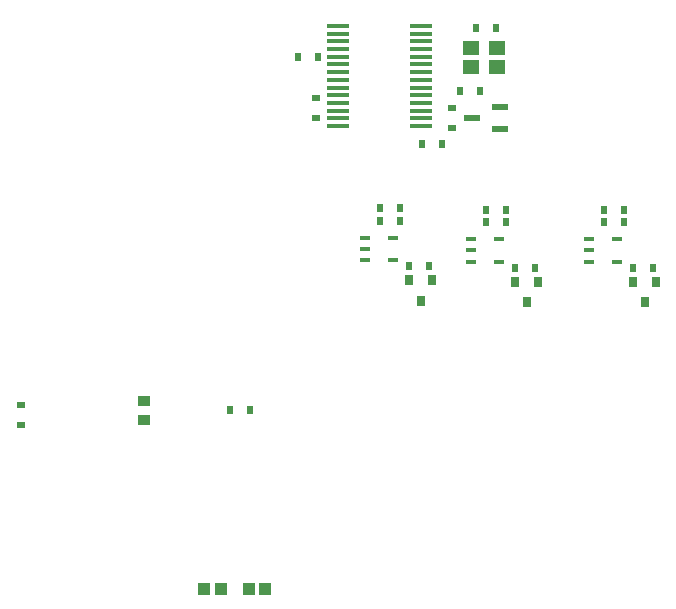
<source format=gtp>
G04*
G04 #@! TF.GenerationSoftware,Altium Limited,Altium Designer,24.0.1 (36)*
G04*
G04 Layer_Color=8421504*
%FSLAX44Y44*%
%MOMM*%
G71*
G04*
G04 #@! TF.SameCoordinates,5AFC8AEE-83C9-459C-A775-606236EE25F6*
G04*
G04*
G04 #@! TF.FilePolarity,Positive*
G04*
G01*
G75*
%ADD18R,0.9800X0.8700*%
%ADD19R,0.6096X0.7874*%
%ADD20R,0.7874X0.6096*%
G04:AMPARAMS|DCode=21|XSize=1.9mm|YSize=0.4mm|CornerRadius=0.024mm|HoleSize=0mm|Usage=FLASHONLY|Rotation=180.000|XOffset=0mm|YOffset=0mm|HoleType=Round|Shape=RoundedRectangle|*
%AMROUNDEDRECTD21*
21,1,1.9000,0.3520,0,0,180.0*
21,1,1.8520,0.4000,0,0,180.0*
1,1,0.0480,-0.9260,0.1760*
1,1,0.0480,0.9260,0.1760*
1,1,0.0480,0.9260,-0.1760*
1,1,0.0480,-0.9260,-0.1760*
%
%ADD21ROUNDEDRECTD21*%
%ADD22R,1.4000X1.1500*%
%ADD23R,1.3208X0.5588*%
%ADD24R,0.8020X0.9720*%
%ADD25R,0.8968X0.4468*%
%ADD26R,1.1051X1.0062*%
D18*
X130763Y181700D02*
D03*
Y165700D02*
D03*
D19*
X220309Y173700D02*
D03*
X203291D02*
D03*
X414861Y444000D02*
D03*
X397843D02*
D03*
X536609Y343521D02*
D03*
X519591D02*
D03*
X536609Y333050D02*
D03*
X519591D02*
D03*
X419791Y333050D02*
D03*
X419791Y343521D02*
D03*
X436809Y333050D02*
D03*
X436809Y343521D02*
D03*
X347009Y344671D02*
D03*
X329991D02*
D03*
X329991Y334200D02*
D03*
X347009D02*
D03*
X428409Y497100D02*
D03*
X411391D02*
D03*
X354691Y295300D02*
D03*
X371709D02*
D03*
X383009Y399000D02*
D03*
X365991D02*
D03*
X260691Y472300D02*
D03*
X277709D02*
D03*
X461509Y294150D02*
D03*
X444491D02*
D03*
X561309Y294150D02*
D03*
X544291D02*
D03*
D20*
X26100Y178309D02*
D03*
Y161291D02*
D03*
X390988Y412308D02*
D03*
Y429326D02*
D03*
X276416Y420615D02*
D03*
Y437633D02*
D03*
D21*
X294837Y414317D02*
D03*
Y420817D02*
D03*
Y427317D02*
D03*
Y433817D02*
D03*
Y440317D02*
D03*
Y446817D02*
D03*
Y453317D02*
D03*
Y459817D02*
D03*
Y466317D02*
D03*
Y472817D02*
D03*
Y479317D02*
D03*
Y485817D02*
D03*
Y492317D02*
D03*
Y498817D02*
D03*
X364937D02*
D03*
Y492317D02*
D03*
Y485817D02*
D03*
Y479317D02*
D03*
Y472817D02*
D03*
Y466317D02*
D03*
Y459817D02*
D03*
Y453317D02*
D03*
Y446817D02*
D03*
Y440317D02*
D03*
Y433817D02*
D03*
Y427317D02*
D03*
Y420817D02*
D03*
Y414317D02*
D03*
D22*
X407100Y479917D02*
D03*
X429100D02*
D03*
Y463917D02*
D03*
X407100D02*
D03*
D23*
X432226Y411317D02*
D03*
Y430317D02*
D03*
X408350Y420817D02*
D03*
D24*
X364600Y265950D02*
D03*
X374100Y283650D02*
D03*
X355100D02*
D03*
X444900Y282500D02*
D03*
X463900D02*
D03*
X454400Y264800D02*
D03*
X544700Y282500D02*
D03*
X563700D02*
D03*
X554200Y264800D02*
D03*
D25*
X317600Y319600D02*
D03*
Y310100D02*
D03*
Y300600D02*
D03*
X341600D02*
D03*
Y319600D02*
D03*
X431400Y318450D02*
D03*
Y299450D02*
D03*
X407400D02*
D03*
Y308950D02*
D03*
Y318450D02*
D03*
X531200Y318450D02*
D03*
Y299450D02*
D03*
X507200D02*
D03*
Y308950D02*
D03*
Y318450D02*
D03*
D26*
X181654Y22600D02*
D03*
X195665D02*
D03*
X218989D02*
D03*
X233000D02*
D03*
M02*

</source>
